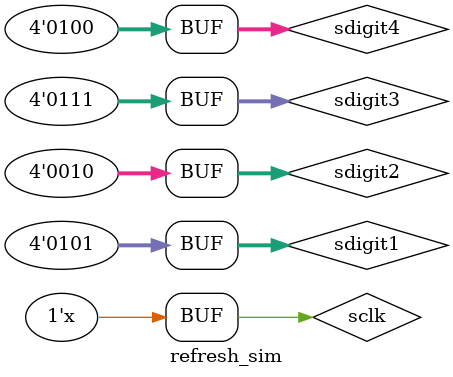
<source format=sv>
`timescale 1ns / 1ps


module refresh_sim();
//logic sCa,sCb,sCc,sCd,sCe,sCf,sCg;
             //logic sA0,sA1,sA2,sA3
//.Ca(sCa),.Cb(sCb),.Cc(sCc),.Cd(sCd),.Ce(sCe),.Cf(sCf),.Cg(sCg),.A0(sA0),.A1(sA1),.A2(sA2),.A3(sA3),.clk(sclk)
             logic [6:0] sCth;
             logic [3:0] sAn;
            logic sclk;
            logic [3:0] sdigit1,sdigit2,sdigit3,sdigit4;
seven_seg_refresh UUT(.Cth(sCth),.An(sAn),.clk(sclk),.digit1(sdigit1),.digit2(sdigit2),.digit3(sdigit3),.digit4(sdigit4));
initial begin
sclk=0;
sdigit1=4'b0101;
sdigit2=4'b0010;
sdigit3=4'b0111;
sdigit4=4'b0100;
end

always
#5 sclk=~sclk;
endmodule

</source>
